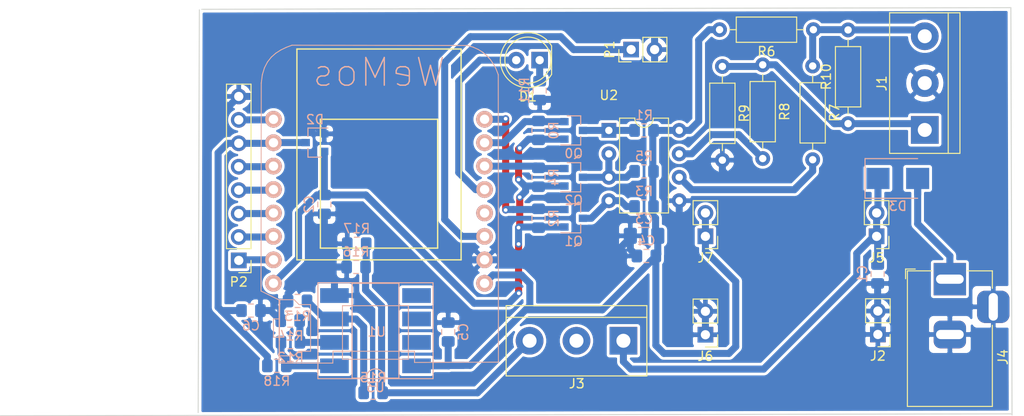
<source format=kicad_pcb>
(kicad_pcb (version 20171130) (host pcbnew "(5.0.2)-1")
  (layers (0 F.Cu signal) (31 B.Cu signal) (34 B.Paste user) (35 F.Paste user) (36 B.SilkS user) (37 F.SilkS user) (38 B.Mask user) (39 F.Mask user) (44 Edge.Cuts user))
  (net 0 "")
  (net 1 +3V3)
  (net 2 RX)
  (net 3 "Net-(Q0-Pad3)")
  (net 4 +5V)
  (net 5 TX)
  (net 6 "Net-(U1-Pad4)")
  (net 7 "Net-(Q1-Pad3)")
  (net 8 TXEN)
  (net 9 GND)
  (net 10 "Net-(Q2-Pad3)")
  (net 11 "Net-(J1-Pad1)")
  (net 12 "Net-(R7-Pad2)")
  (net 13 "Net-(J1-Pad3)")
  (net 14 "Net-(R8-Pad2)")
  (net 15 TX_DG)
  (net 16 ERR_LED)
  (net 17 "Net-(D1-Pad1)")
  (net 18 "Net-(P2-Pad1)")
  (net 19 "Net-(P2-Pad2)")
  (net 20 "Net-(P2-Pad3)")
  (net 21 "Net-(P2-Pad4)")
  (net 22 "Net-(P2-Pad5)")
  (net 23 "Net-(P2-Pad7)")
  (net 24 A0)
  (net 25 "Net-(U3-Pad5)")
  (net 26 "Net-(R12-Pad2)")
  (net 27 "Net-(U3-Pad6)")
  (net 28 "Net-(R13-Pad2)")
  (net 29 "Net-(U3-Pad7)")
  (net 30 "Net-(J3-Pad3)")
  (net 31 +9V)
  (net 32 "Net-(D3-Pad2)")
  (net 33 "Net-(J3-Pad2)")
  (net 34 "Net-(R12-Pad1)")
  (module wemos_d1_mini:D1_mini_board (layer B.Cu) (at 146.7104 102.9335 180)
    (fp_text reference U1 (at 0.254 -12.8905 180) (layer B.SilkS) (effects (justify mirror)))
    (fp_text value WeMos_mini)
    (fp_text user WeMos (at 0 15.24 180) (layer B.SilkS) (effects (font (size 3 3)) (justify mirror)))
    (pad 8 thru_hole circle (at -11.43 10.16 180) (size 1.8 1.8) (drill 1.016) (layers *.Cu *.Mask B.SilkS) (net 5 TX))
    (pad 7 thru_hole circle (at -11.43 7.62 180) (size 1.8 1.8) (drill 1.016) (layers *.Cu *.Mask B.SilkS) (net 2 RX))
    (pad 6 thru_hole circle (at -11.43 5.08 180) (size 1.8 1.8) (drill 1.016) (layers *.Cu *.Mask B.SilkS) (net 8 TXEN))
    (pad 5 thru_hole circle (at -11.43 2.54 180) (size 1.8 1.8) (drill 1.016) (layers *.Cu *.Mask B.SilkS) (net 16 ERR_LED))
    (pad 4 thru_hole circle (at -11.43 0 180) (size 1.8 1.8) (drill 1.016) (layers *.Cu *.Mask B.SilkS) (net 6 "Net-(U1-Pad4)"))
    (pad 3 thru_hole circle (at -11.43 -2.54 180) (size 1.8 1.8) (drill 1.016) (layers *.Cu *.Mask B.SilkS) (net 15 TX_DG))
    (pad 2 thru_hole circle (at -11.43 -5.08 180) (size 1.8 1.8) (drill 1.016) (layers *.Cu *.Mask B.SilkS) (net 9 GND))
    (pad 1 thru_hole circle (at -11.43 -7.62 180) (size 1.8 1.8) (drill 1.016) (layers *.Cu *.Mask B.SilkS) (net 4 +5V))
    (pad 16 thru_hole circle (at 11.43 -7.62 180) (size 1.8 1.8) (drill 1.016) (layers *.Cu *.Mask B.SilkS) (net 1 +3V3))
    (pad 15 thru_hole circle (at 11.43 -5.08 180) (size 1.8 1.8) (drill 1.016) (layers *.Cu *.Mask B.SilkS) (net 18 "Net-(P2-Pad1)"))
    (pad 14 thru_hole circle (at 11.43 -2.54 180) (size 1.8 1.8) (drill 1.016) (layers *.Cu *.Mask B.SilkS) (net 19 "Net-(P2-Pad2)"))
    (pad 13 thru_hole circle (at 11.43 0 180) (size 1.8 1.8) (drill 1.016) (layers *.Cu *.Mask B.SilkS) (net 20 "Net-(P2-Pad3)"))
    (pad 12 thru_hole circle (at 11.43 2.54 180) (size 1.8 1.8) (drill 1.016) (layers *.Cu *.Mask B.SilkS) (net 21 "Net-(P2-Pad4)"))
    (pad 11 thru_hole circle (at 11.43 5.08 180) (size 1.8 1.8) (drill 1.016) (layers *.Cu *.Mask B.SilkS) (net 22 "Net-(P2-Pad5)"))
    (pad 10 thru_hole circle (at 11.43 7.62 180) (size 1.8 1.8) (drill 1.016) (layers *.Cu *.Mask B.SilkS) (net 24 A0))
    (pad 9 thru_hole circle (at 11.43 10.16 180) (size 1.8 1.8) (drill 1.016) (layers *.Cu *.Mask B.SilkS) (net 23 "Net-(P2-Pad7)"))
  )
  (module Connector_BarrelJack:BarrelJack_Horizontal (layer F.Cu) (at 208.534 110.109 90)
    (fp_text reference J4 (at -8.45 5.75 90) (layer F.SilkS))
    (fp_text value Barrel_Jack_Switch)
    (pad 1 thru_hole rect (at 0 0 90) (size 3.5 3.5) (drill oval 1 3) (layers *.Cu *.Mask) (net 32 "Net-(D3-Pad2)"))
    (pad 2 thru_hole roundrect (at -6 0 90) (size 3 3.5) (drill oval 1 3) (layers *.Cu *.Mask) (net 9 GND))
    (pad 3 thru_hole roundrect (at -3 4.7 90) (size 3.5 3.5) (drill oval 3 1) (layers *.Cu *.Mask) (net 9 GND))
  )
  (module Package_TO_SOT_SMD:SOT-23 (layer B.Cu) (at 139.7762 95.3008 180)
    (fp_text reference D2 (at 0 2.5 180) (layer B.SilkS) (effects (justify mirror)))
    (fp_text value BAT54S)
    (pad 1 smd rect (at -1 0.95 180) (size 0.9 0.8) (layers B.Cu B.Paste B.Mask) (net 9 GND))
    (pad 2 smd rect (at -1 -0.95 180) (size 0.9 0.8) (layers B.Cu B.Paste B.Mask) (net 1 +3V3))
    (pad 3 smd rect (at 1 0 180) (size 0.9 0.8) (layers B.Cu B.Paste B.Mask) (net 24 A0))
  )
  (module Package_DIP:DIP-8_W8.89mm_SMDSocket_LongPads (layer B.Cu) (at 146.3294 115.697)
    (fp_text reference U3 (at 0 6.14) (layer B.SilkS) (effects (justify mirror)))
    (fp_text value LM358)
    (pad 1 smd rect (at -4.445 3.81) (size 3.1 1.6) (layers B.Cu B.Paste B.Mask) (net 34 "Net-(R12-Pad1)"))
    (pad 5 smd rect (at 4.445 -3.81) (size 3.1 1.6) (layers B.Cu B.Paste B.Mask) (net 25 "Net-(U3-Pad5)"))
    (pad 2 smd rect (at -4.445 1.27) (size 3.1 1.6) (layers B.Cu B.Paste B.Mask) (net 26 "Net-(R12-Pad2)"))
    (pad 6 smd rect (at 4.445 -1.27) (size 3.1 1.6) (layers B.Cu B.Paste B.Mask) (net 27 "Net-(U3-Pad6)"))
    (pad 3 smd rect (at -4.445 -1.27) (size 3.1 1.6) (layers B.Cu B.Paste B.Mask) (net 28 "Net-(R13-Pad2)"))
    (pad 7 smd rect (at 4.445 1.27) (size 3.1 1.6) (layers B.Cu B.Paste B.Mask) (net 29 "Net-(U3-Pad7)"))
    (pad 4 smd rect (at -4.445 -3.81) (size 3.1 1.6) (layers B.Cu B.Paste B.Mask) (net 9 GND))
    (pad 8 smd rect (at 4.445 3.81) (size 3.1 1.6) (layers B.Cu B.Paste B.Mask) (net 4 +5V))
  )
  (module Capacitor_SMD:C_0805_2012Metric_Pad1.15x1.40mm_HandSolder (layer B.Cu) (at 154.2034 115.8404 90)
    (fp_text reference C5 (at 0 1.65 90) (layer B.SilkS) (effects (justify mirror)))
    (fp_text value 100n)
    (pad 1 smd roundrect (at -1.025 0 90) (size 1.15 1.4) (layers B.Cu B.Paste B.Mask) (roundrect_rratio 0.217391) (net 4 +5V))
    (pad 2 smd roundrect (at 1.025 0 90) (size 1.15 1.4) (layers B.Cu B.Paste B.Mask) (roundrect_rratio 0.217391) (net 9 GND))
  )
  (module Resistor_SMD:R_0805_2012Metric_Pad1.15x1.40mm_HandSolder (layer B.Cu) (at 137.1182 116.9416)
    (fp_text reference R12 (at 0 1.65) (layer B.SilkS) (effects (justify mirror)))
    (fp_text value 10k)
    (pad 1 smd roundrect (at -1.025 0) (size 1.15 1.4) (layers B.Cu B.Paste B.Mask) (roundrect_rratio 0.217391) (net 34 "Net-(R12-Pad1)"))
    (pad 2 smd roundrect (at 1.025 0) (size 1.15 1.4) (layers B.Cu B.Paste B.Mask) (roundrect_rratio 0.217391) (net 26 "Net-(R12-Pad2)"))
  )
  (module Resistor_SMD:R_0805_2012Metric_Pad1.15x1.40mm_HandSolder (layer B.Cu) (at 137.8876 112.4712)
    (fp_text reference R13 (at 0 1.65) (layer B.SilkS) (effects (justify mirror)))
    (fp_text value 10k)
    (pad 1 smd roundrect (at -1.025 0) (size 1.15 1.4) (layers B.Cu B.Paste B.Mask) (roundrect_rratio 0.217391) (net 9 GND))
    (pad 2 smd roundrect (at 1.025 0) (size 1.15 1.4) (layers B.Cu B.Paste B.Mask) (roundrect_rratio 0.217391) (net 28 "Net-(R13-Pad2)"))
  )
  (module Resistor_SMD:R_0805_2012Metric_Pad1.15x1.40mm_HandSolder (layer B.Cu) (at 137.0928 114.6048)
    (fp_text reference R14 (at 0 1.65) (layer B.SilkS) (effects (justify mirror)))
    (fp_text value 20k)
    (pad 1 smd roundrect (at -1.025 0) (size 1.15 1.4) (layers B.Cu B.Paste B.Mask) (roundrect_rratio 0.217391) (net 9 GND))
    (pad 2 smd roundrect (at 1.025 0) (size 1.15 1.4) (layers B.Cu B.Paste B.Mask) (roundrect_rratio 0.217391) (net 26 "Net-(R12-Pad2)"))
  )
  (module Resistor_SMD:R_0805_2012Metric_Pad1.15x1.40mm_HandSolder (layer B.Cu) (at 146.0754 122.428 180)
    (fp_text reference R15 (at 0 1.65 180) (layer B.SilkS) (effects (justify mirror)))
    (fp_text value 20k)
    (pad 1 smd roundrect (at -1.025 0 180) (size 1.15 1.4) (layers B.Cu B.Paste B.Mask) (roundrect_rratio 0.217391) (net 30 "Net-(J3-Pad3)"))
    (pad 2 smd roundrect (at 1.025 0 180) (size 1.15 1.4) (layers B.Cu B.Paste B.Mask) (roundrect_rratio 0.217391) (net 28 "Net-(R13-Pad2)"))
  )
  (module Resistor_SMD:R_0805_2012Metric_Pad1.15x1.40mm_HandSolder (layer B.Cu) (at 144.2302 108.7882 180)
    (fp_text reference R16 (at 0 1.65 180) (layer B.SilkS) (effects (justify mirror)))
    (fp_text value 680)
    (pad 1 smd roundrect (at -1.025 0 180) (size 1.15 1.4) (layers B.Cu B.Paste B.Mask) (roundrect_rratio 0.217391) (net 30 "Net-(J3-Pad3)"))
    (pad 2 smd roundrect (at 1.025 0 180) (size 1.15 1.4) (layers B.Cu B.Paste B.Mask) (roundrect_rratio 0.217391) (net 9 GND))
  )
  (module Resistor_SMD:R_0805_2012Metric_Pad1.15x1.40mm_HandSolder (layer B.Cu) (at 144.2974 106.2736 180)
    (fp_text reference R17 (at 0 1.65 180) (layer B.SilkS) (effects (justify mirror)))
    (fp_text value 680)
    (pad 2 smd roundrect (at 1.025 0 180) (size 1.15 1.4) (layers B.Cu B.Paste B.Mask) (roundrect_rratio 0.217391) (net 9 GND))
    (pad 1 smd roundrect (at -1.025 0 180) (size 1.15 1.4) (layers B.Cu B.Paste B.Mask) (roundrect_rratio 0.217391) (net 30 "Net-(J3-Pad3)"))
  )
  (module Capacitor_SMD:C_0805_2012Metric_Pad1.15x1.40mm_HandSolder (layer B.Cu) (at 200.7108 109.5502 270)
    (fp_text reference C1 (at 0 1.65 270) (layer B.SilkS) (effects (justify mirror)))
    (fp_text value 2.2u)
    (pad 1 smd roundrect (at -1.025 0 270) (size 1.15 1.4) (layers B.Cu B.Paste B.Mask) (roundrect_rratio 0.217391) (net 31 +9V))
    (pad 2 smd roundrect (at 1.025 0 270) (size 1.15 1.4) (layers B.Cu B.Paste B.Mask) (roundrect_rratio 0.217391) (net 9 GND))
  )
  (module Capacitor_SMD:C_0805_2012Metric_Pad1.15x1.40mm_HandSolder (layer B.Cu) (at 140.7922 102.0064 270)
    (fp_text reference C2 (at 0 1.65 270) (layer B.SilkS) (effects (justify mirror)))
    (fp_text value 100n)
    (pad 2 smd roundrect (at 1.025 0 270) (size 1.15 1.4) (layers B.Cu B.Paste B.Mask) (roundrect_rratio 0.217391) (net 9 GND))
    (pad 1 smd roundrect (at -1.025 0 270) (size 1.15 1.4) (layers B.Cu B.Paste B.Mask) (roundrect_rratio 0.217391) (net 1 +3V3))
  )
  (module Capacitor_SMD:C_1206_3216Metric_Pad1.42x1.75mm_HandSolder (layer B.Cu) (at 175.4124 105.41 180)
    (fp_text reference C3 (at 0 1.82 180) (layer B.SilkS) (effects (justify mirror)))
    (fp_text value 100n)
    (pad 1 smd roundrect (at -1.4875 0 180) (size 1.425 1.75) (layers B.Cu B.Paste B.Mask) (roundrect_rratio 0.175439) (net 4 +5V))
    (pad 2 smd roundrect (at 1.4875 0 180) (size 1.425 1.75) (layers B.Cu B.Paste B.Mask) (roundrect_rratio 0.175439) (net 9 GND))
  )
  (module Capacitor_SMD:C_0805_2012Metric_Pad1.15x1.40mm_HandSolder (layer B.Cu) (at 175.6664 107.5944 180)
    (fp_text reference C4 (at 0 1.65 180) (layer B.SilkS) (effects (justify mirror)))
    (fp_text value 100n)
    (pad 1 smd roundrect (at -1.025 0 180) (size 1.15 1.4) (layers B.Cu B.Paste B.Mask) (roundrect_rratio 0.217391) (net 4 +5V))
    (pad 2 smd roundrect (at 1.025 0 180) (size 1.15 1.4) (layers B.Cu B.Paste B.Mask) (roundrect_rratio 0.217391) (net 9 GND))
  )
  (module LED_THT:LED_D5.0mm (layer F.Cu) (at 164.1094 86.36 180)
    (fp_text reference D1 (at 1.27 -3.96 180) (layer F.SilkS))
    (fp_text value LED)
    (pad 1 thru_hole rect (at 0 0 180) (size 1.8 1.8) (drill 0.9) (layers *.Cu *.Mask) (net 17 "Net-(D1-Pad1)"))
    (pad 2 thru_hole circle (at 2.54 0 180) (size 1.8 1.8) (drill 0.9) (layers *.Cu *.Mask) (net 16 ERR_LED))
  )
  (module Package_TO_SOT_SMD:SOT-23 (layer B.Cu) (at 167.7924 93.98)
    (fp_text reference Q0 (at 0 2.5) (layer B.SilkS) (effects (justify mirror)))
    (fp_text value 2n7002)
    (pad 1 smd rect (at -1 0.95) (size 0.9 0.8) (layers B.Cu B.Paste B.Mask) (net 1 +3V3))
    (pad 2 smd rect (at -1 -0.95) (size 0.9 0.8) (layers B.Cu B.Paste B.Mask) (net 2 RX))
    (pad 3 smd rect (at 1 0) (size 0.9 0.8) (layers B.Cu B.Paste B.Mask) (net 3 "Net-(Q0-Pad3)"))
  )
  (module Package_TO_SOT_SMD:SOT-23 (layer B.Cu) (at 167.7924 103.505)
    (fp_text reference Q1 (at 0 2.5) (layer B.SilkS) (effects (justify mirror)))
    (fp_text value 2n7002)
    (pad 3 smd rect (at 1 0) (size 0.9 0.8) (layers B.Cu B.Paste B.Mask) (net 7 "Net-(Q1-Pad3)"))
    (pad 2 smd rect (at -1 -0.95) (size 0.9 0.8) (layers B.Cu B.Paste B.Mask) (net 5 TX))
    (pad 1 smd rect (at -1 0.95) (size 0.9 0.8) (layers B.Cu B.Paste B.Mask) (net 1 +3V3))
  )
  (module Package_TO_SOT_SMD:SOT-23 (layer B.Cu) (at 167.7924 99.06)
    (fp_text reference Q2 (at 0 2.5) (layer B.SilkS) (effects (justify mirror)))
    (fp_text value 2n7002)
    (pad 1 smd rect (at -1 0.95) (size 0.9 0.8) (layers B.Cu B.Paste B.Mask) (net 1 +3V3))
    (pad 2 smd rect (at -1 -0.95) (size 0.9 0.8) (layers B.Cu B.Paste B.Mask) (net 8 TXEN))
    (pad 3 smd rect (at 1 0) (size 0.9 0.8) (layers B.Cu B.Paste B.Mask) (net 10 "Net-(Q2-Pad3)"))
  )
  (module Resistor_SMD:R_0805_2012Metric_Pad1.15x1.40mm_HandSolder (layer B.Cu) (at 163.9824 93.98 90)
    (fp_text reference R0 (at 0 1.65 90) (layer B.SilkS) (effects (justify mirror)))
    (fp_text value 2k2)
    (pad 1 smd roundrect (at -1.025 0 90) (size 1.15 1.4) (layers B.Cu B.Paste B.Mask) (roundrect_rratio 0.217391) (net 1 +3V3))
    (pad 2 smd roundrect (at 1.025 0 90) (size 1.15 1.4) (layers B.Cu B.Paste B.Mask) (roundrect_rratio 0.217391) (net 2 RX))
  )
  (module Resistor_SMD:R_0805_2012Metric_Pad1.15x1.40mm_HandSolder (layer B.Cu) (at 175.4124 93.98 180)
    (fp_text reference R1 (at 0 1.65 180) (layer B.SilkS) (effects (justify mirror)))
    (fp_text value 2k2)
    (pad 2 smd roundrect (at 1.025 0 180) (size 1.15 1.4) (layers B.Cu B.Paste B.Mask) (roundrect_rratio 0.217391) (net 3 "Net-(Q0-Pad3)"))
    (pad 1 smd roundrect (at -1.025 0 180) (size 1.15 1.4) (layers B.Cu B.Paste B.Mask) (roundrect_rratio 0.217391) (net 4 +5V))
  )
  (module Resistor_SMD:R_0805_2012Metric_Pad1.15x1.40mm_HandSolder (layer B.Cu) (at 163.9824 103.505 90)
    (fp_text reference R2 (at 0 1.65 90) (layer B.SilkS) (effects (justify mirror)))
    (fp_text value 2k2)
    (pad 2 smd roundrect (at 1.025 0 90) (size 1.15 1.4) (layers B.Cu B.Paste B.Mask) (roundrect_rratio 0.217391) (net 5 TX))
    (pad 1 smd roundrect (at -1.025 0 90) (size 1.15 1.4) (layers B.Cu B.Paste B.Mask) (roundrect_rratio 0.217391) (net 1 +3V3))
  )
  (module Resistor_SMD:R_0805_2012Metric_Pad1.15x1.40mm_HandSolder (layer B.Cu) (at 175.4124 102.235 180)
    (fp_text reference R3 (at 0 1.65 180) (layer B.SilkS) (effects (justify mirror)))
    (fp_text value 2k2)
    (pad 1 smd roundrect (at -1.025 0 180) (size 1.15 1.4) (layers B.Cu B.Paste B.Mask) (roundrect_rratio 0.217391) (net 4 +5V))
    (pad 2 smd roundrect (at 1.025 0 180) (size 1.15 1.4) (layers B.Cu B.Paste B.Mask) (roundrect_rratio 0.217391) (net 7 "Net-(Q1-Pad3)"))
  )
  (module Resistor_SMD:R_0805_2012Metric_Pad1.15x1.40mm_HandSolder (layer B.Cu) (at 163.9824 99.06 90)
    (fp_text reference R4 (at 0 1.65 90) (layer B.SilkS) (effects (justify mirror)))
    (fp_text value 2k2)
    (pad 1 smd roundrect (at -1.025 0 90) (size 1.15 1.4) (layers B.Cu B.Paste B.Mask) (roundrect_rratio 0.217391) (net 1 +3V3))
    (pad 2 smd roundrect (at 1.025 0 90) (size 1.15 1.4) (layers B.Cu B.Paste B.Mask) (roundrect_rratio 0.217391) (net 8 TXEN))
  )
  (module Resistor_SMD:R_0805_2012Metric_Pad1.15x1.40mm_HandSolder (layer B.Cu) (at 175.4124 98.425 180)
    (fp_text reference R5 (at 0 1.65 180) (layer B.SilkS) (effects (justify mirror)))
    (fp_text value 2k2)
    (pad 2 smd roundrect (at 1.025 0 180) (size 1.15 1.4) (layers B.Cu B.Paste B.Mask) (roundrect_rratio 0.217391) (net 10 "Net-(Q2-Pad3)"))
    (pad 1 smd roundrect (at -1.025 0 180) (size 1.15 1.4) (layers B.Cu B.Paste B.Mask) (roundrect_rratio 0.217391) (net 4 +5V))
  )
  (module Resistor_SMD:R_0805_2012Metric_Pad1.15x1.40mm_HandSolder (layer B.Cu) (at 164.1094 89.662 270)
    (fp_text reference R11 (at 0 1.65 270) (layer B.SilkS) (effects (justify mirror)))
    (fp_text value 2k2)
    (pad 1 smd roundrect (at -1.025 0 270) (size 1.15 1.4) (layers B.Cu B.Paste B.Mask) (roundrect_rratio 0.217391) (net 17 "Net-(D1-Pad1)"))
    (pad 2 smd roundrect (at 1.025 0 270) (size 1.15 1.4) (layers B.Cu B.Paste B.Mask) (roundrect_rratio 0.217391) (net 9 GND))
  )
  (module Connector_PinHeader_2.54mm:PinHeader_1x02_P2.54mm_Vertical (layer F.Cu) (at 200.7362 116.1034 180)
    (fp_text reference J2 (at 0 -2.33 180) (layer F.SilkS))
    (fp_text value Screw_Terminal_01x02)
    (pad 1 thru_hole rect (at 0 0 180) (size 1.7 1.7) (drill 1) (layers *.Cu *.Mask) (net 9 GND))
    (pad 2 thru_hole oval (at 0 2.54 180) (size 1.7 1.7) (drill 1) (layers *.Cu *.Mask) (net 9 GND))
  )
  (module Connector_PinHeader_2.54mm:PinHeader_1x02_P2.54mm_Vertical (layer F.Cu) (at 200.601026 105.466789 180)
    (fp_text reference J5 (at 0 -2.33 180) (layer F.SilkS))
    (fp_text value Screw_Terminal_01x02)
    (pad 2 thru_hole oval (at 0 2.54 180) (size 1.7 1.7) (drill 1) (layers *.Cu *.Mask) (net 31 +9V))
    (pad 1 thru_hole rect (at 0 0 180) (size 1.7 1.7) (drill 1) (layers *.Cu *.Mask) (net 31 +9V))
  )
  (module Connector_PinHeader_2.54mm:PinHeader_1x02_P2.54mm_Vertical (layer F.Cu) (at 182.059026 116.134789 180)
    (fp_text reference J6 (at 0 -2.33 180) (layer F.SilkS))
    (fp_text value Screw_Terminal_01x02)
    (pad 1 thru_hole rect (at 0 0 180) (size 1.7 1.7) (drill 1) (layers *.Cu *.Mask) (net 9 GND))
    (pad 2 thru_hole oval (at 0 2.54 180) (size 1.7 1.7) (drill 1) (layers *.Cu *.Mask) (net 9 GND))
  )
  (module Connector_PinHeader_2.54mm:PinHeader_1x02_P2.54mm_Vertical (layer F.Cu) (at 182.059026 105.466789 180)
    (fp_text reference J7 (at 0 -2.33 180) (layer F.SilkS))
    (fp_text value Screw_Terminal_01x02)
    (pad 2 thru_hole oval (at 0 2.54 180) (size 1.7 1.7) (drill 1) (layers *.Cu *.Mask) (net 4 +5V))
    (pad 1 thru_hole rect (at 0 0 180) (size 1.7 1.7) (drill 1) (layers *.Cu *.Mask) (net 4 +5V))
  )
  (module Diode_SMD:D_SMB (layer B.Cu) (at 202.8952 99.187)
    (fp_text reference D3 (at 0 3) (layer B.SilkS) (effects (justify mirror)))
    (fp_text value DIODE)
    (pad 1 smd rect (at -2.15 0) (size 2.5 2.3) (layers B.Cu B.Paste B.Mask) (net 31 +9V))
    (pad 2 smd rect (at 2.15 0) (size 2.5 2.3) (layers B.Cu B.Paste B.Mask) (net 32 "Net-(D3-Pad2)"))
  )
  (module TerminalBlock:TerminalBlock_bornier-3_P5.08mm (layer F.Cu) (at 173.1772 116.7892 180)
    (fp_text reference J3 (at 5.05 -4.65 180) (layer F.SilkS))
    (fp_text value Screw_Terminal_1x03)
    (pad 3 thru_hole circle (at 10.16 0 180) (size 3 3) (drill 1.52) (layers *.Cu *.Mask) (net 30 "Net-(J3-Pad3)"))
    (pad 2 thru_hole circle (at 5.08 0 180) (size 3 3) (drill 1.52) (layers *.Cu *.Mask) (net 33 "Net-(J3-Pad2)"))
    (pad 1 thru_hole rect (at 0 0 180) (size 3 3) (drill 1.52) (layers *.Cu *.Mask) (net 31 +9V))
  )
  (module TerminalBlock:TerminalBlock_bornier-3_P5.08mm (layer F.Cu) (at 205.8162 93.9292 90)
    (fp_text reference J1 (at 5.05 -4.65 90) (layer F.SilkS))
    (fp_text value Screw_Terminal_1x03)
    (pad 1 thru_hole rect (at 0 0 90) (size 3 3) (drill 1.52) (layers *.Cu *.Mask) (net 11 "Net-(J1-Pad1)"))
    (pad 2 thru_hole circle (at 5.08 0 90) (size 3 3) (drill 1.52) (layers *.Cu *.Mask) (net 9 GND))
    (pad 3 thru_hole circle (at 10.16 0 90) (size 3 3) (drill 1.52) (layers *.Cu *.Mask) (net 13 "Net-(J1-Pad3)"))
  )
  (module Connector_PinHeader_2.54mm:PinHeader_1x02_P2.54mm_Vertical (layer F.Cu) (at 174.0154 85.217 90)
    (fp_text reference P1 (at 0 -2.33 90) (layer F.SilkS))
    (fp_text value CONN_01X02)
    (pad 1 thru_hole rect (at 0 0 90) (size 1.7 1.7) (drill 1) (layers *.Cu *.Mask) (net 15 TX_DG))
    (pad 2 thru_hole oval (at 0 2.54 90) (size 1.7 1.7) (drill 1) (layers *.Cu *.Mask) (net 9 GND))
  )
  (module Connector_PinHeader_2.54mm:PinHeader_1x08_P2.54mm_Vertical (layer F.Cu) (at 131.5212 108.077 180)
    (fp_text reference P2 (at 0 -2.33 180) (layer F.SilkS))
    (fp_text value CONN_01X08)
    (pad 1 thru_hole rect (at 0 0 180) (size 1.7 1.7) (drill 1) (layers *.Cu *.Mask) (net 18 "Net-(P2-Pad1)"))
    (pad 2 thru_hole oval (at 0 2.54 180) (size 1.7 1.7) (drill 1) (layers *.Cu *.Mask) (net 19 "Net-(P2-Pad2)"))
    (pad 3 thru_hole oval (at 0 5.08 180) (size 1.7 1.7) (drill 1) (layers *.Cu *.Mask) (net 20 "Net-(P2-Pad3)"))
    (pad 4 thru_hole oval (at 0 7.62 180) (size 1.7 1.7) (drill 1) (layers *.Cu *.Mask) (net 21 "Net-(P2-Pad4)"))
    (pad 5 thru_hole oval (at 0 10.16 180) (size 1.7 1.7) (drill 1) (layers *.Cu *.Mask) (net 22 "Net-(P2-Pad5)"))
    (pad 6 thru_hole oval (at 0 12.7 180) (size 1.7 1.7) (drill 1) (layers *.Cu *.Mask) (net 24 A0))
    (pad 7 thru_hole oval (at 0 15.24 180) (size 1.7 1.7) (drill 1) (layers *.Cu *.Mask) (net 23 "Net-(P2-Pad7)"))
    (pad 8 thru_hole oval (at 0 17.78 180) (size 1.7 1.7) (drill 1) (layers *.Cu *.Mask) (net 9 GND))
  )
  (module Resistor_THT:R_Axial_DIN0207_L6.3mm_D2.5mm_P10.16mm_Horizontal (layer F.Cu) (at 193.7512 83.058 180)
    (fp_text reference R6 (at 5.08 -2.37 180) (layer F.SilkS))
    (fp_text value 150R)
    (pad 1 thru_hole circle (at 0 0 180) (size 1.6 1.6) (drill 0.8) (layers *.Cu *.Mask) (net 13 "Net-(J1-Pad3)"))
    (pad 2 thru_hole oval (at 10.16 0 180) (size 1.6 1.6) (drill 0.8) (layers *.Cu *.Mask) (net 4 +5V))
  )
  (module Resistor_THT:R_Axial_DIN0207_L6.3mm_D2.5mm_P10.16mm_Horizontal (layer F.Cu) (at 193.675 86.995 270)
    (fp_text reference R7 (at 5.08 -2.37 270) (layer F.SilkS))
    (fp_text value 10R)
    (pad 2 thru_hole oval (at 10.16 0 270) (size 1.6 1.6) (drill 0.8) (layers *.Cu *.Mask) (net 12 "Net-(R7-Pad2)"))
    (pad 1 thru_hole circle (at 0 0 270) (size 1.6 1.6) (drill 0.8) (layers *.Cu *.Mask) (net 13 "Net-(J1-Pad3)"))
  )
  (module Resistor_THT:R_Axial_DIN0207_L6.3mm_D2.5mm_P10.16mm_Horizontal (layer F.Cu) (at 188.2648 86.868 270)
    (fp_text reference R8 (at 5.08 -2.37 270) (layer F.SilkS))
    (fp_text value 10R)
    (pad 1 thru_hole circle (at 0 0 270) (size 1.6 1.6) (drill 0.8) (layers *.Cu *.Mask) (net 11 "Net-(J1-Pad1)"))
    (pad 2 thru_hole oval (at 10.16 0 270) (size 1.6 1.6) (drill 0.8) (layers *.Cu *.Mask) (net 14 "Net-(R8-Pad2)"))
  )
  (module Resistor_THT:R_Axial_DIN0207_L6.3mm_D2.5mm_P10.16mm_Horizontal (layer F.Cu) (at 183.896 87.0458 270)
    (fp_text reference R9 (at 5.08 -2.37 270) (layer F.SilkS))
    (fp_text value 150R)
    (pad 1 thru_hole circle (at 0 0 270) (size 1.6 1.6) (drill 0.8) (layers *.Cu *.Mask) (net 11 "Net-(J1-Pad1)"))
    (pad 2 thru_hole oval (at 10.16 0 270) (size 1.6 1.6) (drill 0.8) (layers *.Cu *.Mask) (net 9 GND))
  )
  (module Resistor_THT:R_Axial_DIN0207_L6.3mm_D2.5mm_P10.16mm_Horizontal (layer F.Cu) (at 197.5104 93.2434 90)
    (fp_text reference R10 (at 5.08 -2.37 90) (layer F.SilkS))
    (fp_text value 120R)
    (pad 2 thru_hole oval (at 10.16 0 90) (size 1.6 1.6) (drill 0.8) (layers *.Cu *.Mask) (net 13 "Net-(J1-Pad3)"))
    (pad 1 thru_hole circle (at 0 0 90) (size 1.6 1.6) (drill 0.8) (layers *.Cu *.Mask) (net 11 "Net-(J1-Pad1)"))
  )
  (module Package_DIP:DIP-8_W7.62mm (layer F.Cu) (at 171.6024 93.98)
    (fp_text reference U2 (at 0 -3.81) (layer F.SilkS))
    (fp_text value 75LBC176)
    (pad 1 thru_hole rect (at 0 0) (size 1.6 1.6) (drill 0.8) (layers *.Cu *.Mask) (net 3 "Net-(Q0-Pad3)"))
    (pad 5 thru_hole oval (at 7.62 7.62) (size 1.6 1.6) (drill 0.8) (layers *.Cu *.Mask) (net 9 GND))
    (pad 2 thru_hole oval (at 0 2.54) (size 1.6 1.6) (drill 0.8) (layers *.Cu *.Mask) (net 10 "Net-(Q2-Pad3)"))
    (pad 6 thru_hole oval (at 7.62 5.08) (size 1.6 1.6) (drill 0.8) (layers *.Cu *.Mask) (net 12 "Net-(R7-Pad2)"))
    (pad 3 thru_hole oval (at 0 5.08) (size 1.6 1.6) (drill 0.8) (layers *.Cu *.Mask) (net 10 "Net-(Q2-Pad3)"))
    (pad 7 thru_hole oval (at 7.62 2.54) (size 1.6 1.6) (drill 0.8) (layers *.Cu *.Mask) (net 14 "Net-(R8-Pad2)"))
    (pad 4 thru_hole oval (at 0 7.62) (size 1.6 1.6) (drill 0.8) (layers *.Cu *.Mask) (net 7 "Net-(Q1-Pad3)"))
    (pad 8 thru_hole oval (at 7.62 0) (size 1.6 1.6) (drill 0.8) (layers *.Cu *.Mask) (net 4 +5V))
  )
  (module Capacitor_SMD:C_0805_2012Metric_Pad1.15x1.40mm_HandSolder (layer B.Cu) (at 132.842 113.5126)
    (fp_text reference C6 (at 0 1.65) (layer B.SilkS) (effects (justify mirror)))
    (fp_text value 100n)
    (pad 1 smd roundrect (at -1.025 0) (size 1.15 1.4) (layers B.Cu B.Paste B.Mask) (roundrect_rratio 0.217391) (net 24 A0))
    (pad 2 smd roundrect (at 1.025 0) (size 1.15 1.4) (layers B.Cu B.Paste B.Mask) (roundrect_rratio 0.217391) (net 9 GND))
  )
  (module Resistor_SMD:R_0805_2012Metric_Pad1.15x1.40mm_HandSolder (layer B.Cu) (at 135.645 119.507)
    (fp_text reference R18 (at 0 1.65) (layer B.SilkS) (effects (justify mirror)))
    (fp_text value 10k)
    (pad 1 smd roundrect (at -1.025 0) (size 1.15 1.4) (layers B.Cu B.Paste B.Mask) (roundrect_rratio 0.217391) (net 24 A0))
    (pad 2 smd roundrect (at 1.025 0) (size 1.15 1.4) (layers B.Cu B.Paste B.Mask) (roundrect_rratio 0.217391) (net 34 "Net-(R12-Pad1)"))
  )
  (gr_line (start 215.265 124.714) (end 105.7148 124.9172) (layer Edge.Cuts) (width 0.1))
  (gr_line (start 127.254 80.899) (end 127.127 124.587) (layer Edge.Cuts) (width 0.1))
  (gr_line (start 215.138 80.6704) (end 127.508 80.8482) (layer Edge.Cuts) (width 0.1))
  (gr_line (start 215.265 124.841) (end 215.138 80.6704) (layer Edge.Cuts) (width 0.1))
  (via (at 161.9504 101.219) (size 0.6) (drill 0.4) (layers F.Cu B.Cu) (net 1))
  (segment (start 161.9504 104.394) (end 161.9504 101.219) (width 0.762) (layer F.Cu) (net 1))
  (via (at 161.8234 99.314) (size 0.6) (drill 0.4) (layers F.Cu B.Cu) (net 1))
  (segment (start 162.5194 100.01) (end 162.5854 100.01) (width 0.762) (layer B.Cu) (net 1))
  (segment (start 161.8234 99.314) (end 162.5194 100.01) (width 0.762) (layer B.Cu) (net 1))
  (segment (start 161.8234 96.012) (end 161.8234 99.314) (width 0.762) (layer F.Cu) (net 1))
  (segment (start 162.5854 100.584) (end 162.5854 100.01) (width 0.762) (layer B.Cu) (net 1))
  (segment (start 162.5854 100.01) (end 163.9824 100.01) (width 0.762) (layer B.Cu) (net 1))
  (segment (start 161.9504 101.219) (end 162.5854 100.584) (width 0.762) (layer B.Cu) (net 1))
  (segment (start 161.9504 95.885) (end 161.8234 96.012) (width 0.762) (layer F.Cu) (net 1))
  (via (at 161.9504 95.885) (size 0.6) (drill 0.4) (layers F.Cu B.Cu) (net 1))
  (segment (start 163.9824 94.93) (end 162.9054 94.93) (width 0.762) (layer B.Cu) (net 1))
  (segment (start 162.9054 94.93) (end 161.9504 95.885) (width 0.762) (layer B.Cu) (net 1))
  (segment (start 163.9824 94.93) (end 166.7924 94.93) (width 0.762) (layer B.Cu) (net 1))
  (segment (start 163.9824 104.455) (end 161.8894 104.455) (width 0.762) (layer B.Cu) (net 1))
  (segment (start 161.8234 104.521) (end 161.9504 104.394) (width 0.762) (layer F.Cu) (net 1))
  (via (at 161.8234 104.521) (size 0.6) (drill 0.4) (layers F.Cu B.Cu) (net 1))
  (segment (start 161.8894 104.455) (end 161.8234 104.521) (width 0.762) (layer B.Cu) (net 1))
  (segment (start 163.7944 104.455) (end 163.9824 104.455) (width 0.762) (layer B.Cu) (net 1))
  (segment (start 163.9824 104.455) (end 166.7924 104.455) (width 0.762) (layer B.Cu) (net 1))
  (segment (start 163.9824 100.01) (end 166.7924 100.01) (width 0.762) (layer B.Cu) (net 1))
  (segment (start 161.8234 104.521) (end 161.8234 106.299) (width 0.762) (layer B.Cu) (net 1))
  (via (at 161.8234 106.299) (size 0.6) (drill 0.4) (layers F.Cu B.Cu) (net 1))
  (via (at 161.8488 111.633) (size 0.6) (drill 0.4) (layers F.Cu B.Cu) (net 1))
  (segment (start 135.2804 110.5535) (end 137.9982 107.8357) (width 0.762) (layer B.Cu) (net 1))
  (segment (start 139.9922 100.9814) (end 140.7922 100.9814) (width 0.762) (layer B.Cu) (net 1))
  (segment (start 137.9982 102.9754) (end 139.9922 100.9814) (width 0.762) (layer B.Cu) (net 1))
  (segment (start 137.9982 107.8357) (end 137.9982 102.9754) (width 0.762) (layer B.Cu) (net 1))
  (segment (start 161.8234 111.6076) (end 161.8488 111.633) (width 0.762) (layer F.Cu) (net 1))
  (segment (start 161.8234 106.299) (end 161.8234 111.6076) (width 0.762) (layer F.Cu) (net 1))
  (segment (start 140.7922 96.2856) (end 140.8016 96.2762) (width 0.762) (layer B.Cu) (net 1))
  (segment (start 140.7922 100.9814) (end 140.7922 96.2856) (width 0.762) (layer B.Cu) (net 1))
  (segment (start 160.7566 112.7252) (end 161.8488 111.633) (width 0.762) (layer B.Cu) (net 1))
  (segment (start 157.0228 112.7252) (end 160.7566 112.7252) (width 0.762) (layer B.Cu) (net 1))
  (segment (start 140.7922 100.9814) (end 145.279 100.9814) (width 0.762) (layer B.Cu) (net 1))
  (segment (start 145.279 100.9814) (end 157.0228 112.7252) (width 0.762) (layer B.Cu) (net 1))
  (segment (start 158.1404 95.3135) (end 160.2359 95.3135) (width 0.762) (layer B.Cu) (net 2))
  (segment (start 162.5194 93.03) (end 163.9824 93.03) (width 0.762) (layer B.Cu) (net 2))
  (segment (start 160.2359 95.3135) (end 162.5194 93.03) (width 0.762) (layer B.Cu) (net 2))
  (segment (start 166.7924 93.03) (end 163.9824 93.03) (width 0.762) (layer B.Cu) (net 2))
  (segment (start 168.7924 93.98) (end 171.6024 93.98) (width 0.762) (layer B.Cu) (net 3))
  (segment (start 174.4624 93.98) (end 171.6024 93.98) (width 0.762) (layer B.Cu) (net 3))
  (segment (start 176.3624 102.235) (end 176.3624 103.185) (width 0.762) (layer B.Cu) (net 4))
  (segment (start 176.6624 103.485) (end 176.6624 105.41) (width 0.762) (layer B.Cu) (net 4))
  (segment (start 176.3624 103.185) (end 176.6624 103.485) (width 0.762) (layer B.Cu) (net 4))
  (segment (start 176.3624 102.235) (end 176.3624 98.425) (width 0.762) (layer B.Cu) (net 4))
  (segment (start 179.2224 93.98) (end 176.3624 93.98) (width 0.762) (layer B.Cu) (net 4))
  (segment (start 176.3624 93.98) (end 176.3624 98.425) (width 0.762) (layer B.Cu) (net 4))
  (segment (start 179.2224 93.98) (end 179.30114 93.98) (width 0.762) (layer B.Cu) (net 4))
  (segment (start 154.2542 119.507) (end 150.7744 119.507) (width 0.762) (layer B.Cu) (net 4))
  (segment (start 176.8999 107.3859) (end 176.6914 107.5944) (width 0.762) (layer B.Cu) (net 4))
  (segment (start 176.8999 105.41) (end 176.8999 107.3859) (width 0.762) (layer B.Cu) (net 4))
  (segment (start 176.068028 108.26621) (end 170.897838 113.4364) (width 0.762) (layer B.Cu) (net 4))
  (segment (start 176.068028 108.217772) (end 176.068028 108.26621) (width 0.762) (layer B.Cu) (net 4))
  (segment (start 176.6914 107.5944) (end 176.068028 108.217772) (width 0.762) (layer B.Cu) (net 4))
  (segment (start 182.059026 102.926789) (end 182.059026 105.466789) (width 0.762) (layer B.Cu) (net 4))
  (segment (start 182.059026 107.078789) (end 182.059026 105.466789) (width 0.762) (layer B.Cu) (net 4))
  (segment (start 176.6914 117.2808) (end 177.5714 118.1608) (width 0.762) (layer B.Cu) (net 4))
  (segment (start 176.6914 107.5944) (end 176.6914 117.2808) (width 0.762) (layer B.Cu) (net 4))
  (segment (start 177.5714 118.1608) (end 184.6072 118.1608) (width 0.762) (layer B.Cu) (net 4))
  (segment (start 184.6072 118.1608) (end 185.3438 117.4242) (width 0.762) (layer B.Cu) (net 4))
  (segment (start 185.3438 117.4242) (end 185.3438 110.363563) (width 0.762) (layer B.Cu) (net 4))
  (segment (start 185.3438 110.363563) (end 182.059026 107.078789) (width 0.762) (layer B.Cu) (net 4))
  (segment (start 154.2034 119.4562) (end 154.2542 119.507) (width 0.762) (layer B.Cu) (net 4))
  (segment (start 154.2034 116.8654) (end 154.2034 119.4562) (width 0.762) (layer B.Cu) (net 4))
  (segment (start 155.8544 119.4562) (end 154.2034 119.4562) (width 0.762) (layer B.Cu) (net 4))
  (segment (start 156.5656 119.4562) (end 162.5854 113.4364) (width 0.762) (layer B.Cu) (net 4))
  (segment (start 154.2034 119.4562) (end 156.5656 119.4562) (width 0.762) (layer B.Cu) (net 4))
  (segment (start 170.897838 113.4364) (end 162.5854 113.4364) (width 0.762) (layer B.Cu) (net 4))
  (segment (start 163.0426 112.9792) (end 162.5854 113.4364) (width 0.762) (layer B.Cu) (net 4))
  (segment (start 163.0426 110.5662) (end 163.0426 112.9792) (width 0.762) (layer B.Cu) (net 4))
  (segment (start 162.1282 109.6518) (end 163.0426 110.5662) (width 0.762) (layer B.Cu) (net 4))
  (segment (start 158.1404 110.5535) (end 159.0421 109.6518) (width 0.762) (layer B.Cu) (net 4))
  (segment (start 159.0421 109.6518) (end 162.1282 109.6518) (width 0.762) (layer B.Cu) (net 4))
  (segment (start 182.45983 83.058) (end 183.5912 83.058) (width 0.762) (layer B.Cu) (net 4))
  (segment (start 181.3306 84.18723) (end 182.45983 83.058) (width 0.762) (layer B.Cu) (net 4))
  (segment (start 181.3306 93.00317) (end 181.3306 84.18723) (width 0.762) (layer B.Cu) (net 4))
  (segment (start 180.35377 93.98) (end 181.3306 93.00317) (width 0.762) (layer B.Cu) (net 4))
  (segment (start 179.2224 93.98) (end 180.35377 93.98) (width 0.762) (layer B.Cu) (net 4))
  (segment (start 158.1404 92.7735) (end 160.3629 92.7735) (width 0.762) (layer B.Cu) (net 5))
  (segment (start 161.2544 102.555) (end 163.9824 102.555) (width 0.762) (layer B.Cu) (net 5))
  (segment (start 160.4874 102.555) (end 161.2544 102.555) (width 0.762) (layer B.Cu) (net 5))
  (segment (start 160.4264 102.616) (end 160.4874 102.555) (width 0.762) (layer B.Cu) (net 5))
  (via (at 160.4264 102.616) (size 0.6) (drill 0.4) (layers F.Cu B.Cu) (net 5))
  (segment (start 160.4264 92.71) (end 160.4264 102.616) (width 0.762) (layer F.Cu) (net 5))
  (via (at 160.4264 92.71) (size 0.6) (drill 0.4) (layers F.Cu B.Cu) (net 5))
  (segment (start 160.3629 92.7735) (end 160.4264 92.71) (width 0.762) (layer B.Cu) (net 5))
  (segment (start 163.9824 102.555) (end 166.7924 102.555) (width 0.762) (layer B.Cu) (net 5))
  (segment (start 168.7924 103.505) (end 169.6974 103.505) (width 0.762) (layer B.Cu) (net 7))
  (segment (start 169.6974 103.505) (end 171.6024 101.6) (width 0.762) (layer B.Cu) (net 7))
  (segment (start 171.6024 101.6) (end 172.8724 101.6) (width 0.762) (layer B.Cu) (net 7))
  (segment (start 173.5074 102.235) (end 174.4624 102.235) (width 0.762) (layer B.Cu) (net 7))
  (segment (start 172.8724 101.6) (end 173.5074 102.235) (width 0.762) (layer B.Cu) (net 7))
  (segment (start 158.1404 97.8535) (end 163.7259 97.8535) (width 0.762) (layer B.Cu) (net 8))
  (segment (start 163.7259 97.8535) (end 163.9824 98.11) (width 0.762) (layer B.Cu) (net 8))
  (segment (start 163.9824 98.11) (end 166.7924 98.11) (width 0.762) (layer B.Cu) (net 8))
  (segment (start 158.1404 108.0135) (end 157.0609 108.0135) (width 0.762) (layer B.Cu) (net 9))
  (segment (start 158.1404 108.0135) (end 154.2669 108.0135) (width 0.762) (layer B.Cu) (net 9))
  (segment (start 176.5554 82.677) (end 176.5554 85.217) (width 0.762) (layer B.Cu) (net 9))
  (segment (start 175.5394 81.661) (end 176.5554 82.677) (width 0.762) (layer B.Cu) (net 9))
  (segment (start 155.2194 81.661) (end 175.5394 81.661) (width 0.762) (layer B.Cu) (net 9))
  (segment (start 151.4094 105.156) (end 151.4094 85.471) (width 0.762) (layer B.Cu) (net 9))
  (segment (start 154.2669 108.0135) (end 151.4094 105.156) (width 0.762) (layer B.Cu) (net 9))
  (segment (start 164.1094 90.612) (end 174.0814 90.612) (width 0.762) (layer B.Cu) (net 9))
  (segment (start 174.0814 90.612) (end 176.5554 88.138) (width 0.762) (layer B.Cu) (net 9))
  (segment (start 176.5554 88.138) (end 176.5554 85.217) (width 0.762) (layer B.Cu) (net 9))
  (segment (start 137.6934 91.44) (end 137.8154 91.44) (width 0.762) (layer B.Cu) (net 9))
  (segment (start 137.6934 91.44) (end 136.5504 90.297) (width 0.762) (layer B.Cu) (net 9))
  (segment (start 138.2014 91.948) (end 137.6934 91.44) (width 0.762) (layer B.Cu) (net 9))
  (segment (start 136.0678 113.266) (end 136.8626 112.4712) (width 0.762) (layer B.Cu) (net 9))
  (segment (start 136.0678 114.6048) (end 136.0678 113.266) (width 0.762) (layer B.Cu) (net 9))
  (segment (start 136.8626 111.6712) (end 138.7804 109.7534) (width 0.762) (layer B.Cu) (net 9))
  (segment (start 136.8626 112.4712) (end 136.8626 111.6712) (width 0.762) (layer B.Cu) (net 9))
  (segment (start 139.7508 109.7534) (end 140.7922 108.712) (width 0.762) (layer B.Cu) (net 9))
  (segment (start 138.7804 109.7534) (end 139.7508 109.7534) (width 0.762) (layer B.Cu) (net 9))
  (segment (start 140.7922 109.2328) (end 140.7922 107.0102) (width 0.762) (layer B.Cu) (net 9))
  (segment (start 141.8844 110.325) (end 140.7922 109.2328) (width 0.762) (layer B.Cu) (net 9))
  (segment (start 141.8844 111.887) (end 141.8844 110.325) (width 0.762) (layer B.Cu) (net 9))
  (segment (start 140.7922 103.0314) (end 140.7922 107.0102) (width 0.762) (layer B.Cu) (net 9))
  (segment (start 140.7922 107.0102) (end 140.7922 108.712) (width 0.762) (layer B.Cu) (net 9))
  (segment (start 143.2052 106.3408) (end 143.2724 106.2736) (width 0.762) (layer B.Cu) (net 9))
  (segment (start 143.2052 108.7882) (end 143.2052 106.3408) (width 0.762) (layer B.Cu) (net 9))
  (segment (start 141.2368 108.7882) (end 140.7922 109.2328) (width 0.762) (layer B.Cu) (net 9))
  (segment (start 143.2052 108.7882) (end 141.2368 108.7882) (width 0.762) (layer B.Cu) (net 9))
  (segment (start 183.896 98.33717) (end 184.66963 99.1108) (width 0.762) (layer B.Cu) (net 9))
  (segment (start 183.896 97.2058) (end 183.896 98.33717) (width 0.762) (layer B.Cu) (net 9))
  (segment (start 184.66963 99.1108) (end 190.4492 99.1108) (width 0.762) (layer B.Cu) (net 9))
  (segment (start 190.4492 99.1108) (end 191.1096 98.4504) (width 0.762) (layer B.Cu) (net 9))
  (segment (start 191.1096 98.4504) (end 191.1096 95.5294) (width 0.762) (layer B.Cu) (net 9))
  (segment (start 191.1096 95.5294) (end 192.0748 94.5642) (width 0.762) (layer B.Cu) (net 9))
  (segment (start 192.0748 94.5642) (end 195.3768 94.5642) (width 0.762) (layer B.Cu) (net 9))
  (segment (start 136.5504 90.297) (end 131.5212 90.297) (width 0.762) (layer B.Cu) (net 9))
  (segment (start 173.9249 106.8779) (end 174.6414 107.5944) (width 0.762) (layer B.Cu) (net 9))
  (segment (start 173.9249 105.41) (end 173.9249 106.8779) (width 0.762) (layer B.Cu) (net 9))
  (segment (start 200.7108 113.538) (end 200.7362 113.5634) (width 0.762) (layer B.Cu) (net 9))
  (segment (start 200.7108 110.5752) (end 200.7108 113.538) (width 0.762) (layer B.Cu) (net 9))
  (segment (start 200.7362 113.5634) (end 200.7362 116.1034) (width 0.762) (layer B.Cu) (net 9))
  (segment (start 171.5589 108.0135) (end 173.3042 106.2682) (width 0.762) (layer B.Cu) (net 9))
  (segment (start 158.1404 108.0135) (end 171.5589 108.0135) (width 0.762) (layer B.Cu) (net 9))
  (segment (start 172.2574 107.315) (end 173.3042 106.2682) (width 0.762) (layer B.Cu) (net 9))
  (segment (start 173.3042 106.2682) (end 174.1624 105.41) (width 0.762) (layer B.Cu) (net 9))
  (segment (start 182.059026 113.594789) (end 182.059026 116.134789) (width 0.762) (layer B.Cu) (net 9))
  (segment (start 146.5834 90.297) (end 151.8412 85.0392) (width 0.762) (layer B.Cu) (net 9))
  (segment (start 136.5504 90.297) (end 146.5834 90.297) (width 0.762) (layer B.Cu) (net 9))
  (segment (start 151.4094 85.471) (end 151.8412 85.0392) (width 0.762) (layer B.Cu) (net 9))
  (segment (start 151.8412 85.0392) (end 155.2194 81.661) (width 0.762) (layer B.Cu) (net 9))
  (segment (start 179.2224 110.758163) (end 182.059026 113.594789) (width 0.762) (layer B.Cu) (net 9))
  (segment (start 179.2224 101.6) (end 179.2224 110.758163) (width 0.762) (layer B.Cu) (net 9))
  (segment (start 140.7516 94.3762) (end 140.8016 94.3762) (width 0.762) (layer B.Cu) (net 9))
  (segment (start 137.8154 91.44) (end 140.7516 94.3762) (width 0.762) (layer B.Cu) (net 9))
  (segment (start 134.9756 113.5126) (end 136.0678 114.6048) (width 0.762) (layer B.Cu) (net 9))
  (segment (start 133.867 113.5126) (end 134.9756 113.5126) (width 0.762) (layer B.Cu) (net 9))
  (segment (start 131.5212 90.297) (end 128.016 93.8022) (width 0.762) (layer B.Cu) (net 9))
  (segment (start 128.016 93.8022) (end 128.016 116.459) (width 0.762) (layer B.Cu) (net 9))
  (segment (start 168.7924 99.06) (end 171.6024 99.06) (width 0.762) (layer B.Cu) (net 10))
  (segment (start 171.6024 96.52) (end 171.6024 99.06) (width 0.762) (layer B.Cu) (net 10))
  (segment (start 171.6024 99.06) (end 173.5074 99.06) (width 0.762) (layer B.Cu) (net 10))
  (segment (start 173.5074 99.06) (end 174.1424 98.425) (width 0.762) (layer B.Cu) (net 10))
  (segment (start 174.1424 98.425) (end 174.4624 98.425) (width 0.762) (layer B.Cu) (net 10))
  (segment (start 205.1304 93.2434) (end 205.8162 93.9292) (width 0.762) (layer B.Cu) (net 11))
  (segment (start 197.5104 93.2434) (end 205.1304 93.2434) (width 0.762) (layer B.Cu) (net 11))
  (segment (start 196.1896 93.2434) (end 197.5104 93.2434) (width 0.762) (layer B.Cu) (net 11))
  (segment (start 188.087 87.0458) (end 188.2648 86.868) (width 0.762) (layer B.Cu) (net 11))
  (segment (start 183.896 87.0458) (end 188.087 87.0458) (width 0.762) (layer B.Cu) (net 11))
  (segment (start 188.2648 86.868) (end 189.6364 86.868) (width 0.762) (layer B.Cu) (net 11))
  (segment (start 196.0118 93.2434) (end 196.1896 93.2434) (width 0.762) (layer B.Cu) (net 11))
  (segment (start 189.6364 86.868) (end 196.0118 93.2434) (width 0.762) (layer B.Cu) (net 11))
  (segment (start 193.675 98.3996) (end 193.675 96.8248) (width 0.762) (layer B.Cu) (net 12))
  (segment (start 191.89699 100.17761) (end 193.675 98.3996) (width 0.762) (layer B.Cu) (net 12))
  (segment (start 191.89699 100.20301) (end 191.89699 100.17761) (width 0.762) (layer B.Cu) (net 12))
  (segment (start 191.6938 100.4062) (end 191.89699 100.20301) (width 0.762) (layer B.Cu) (net 12))
  (segment (start 179.2224 99.06) (end 180.5686 100.4062) (width 0.762) (layer B.Cu) (net 12))
  (segment (start 180.5686 100.4062) (end 191.6938 100.4062) (width 0.762) (layer B.Cu) (net 12))
  (segment (start 197.485 83.058) (end 197.5104 83.0834) (width 0.762) (layer B.Cu) (net 13))
  (segment (start 193.7512 83.058) (end 197.485 83.058) (width 0.762) (layer B.Cu) (net 13))
  (segment (start 205.1304 83.0834) (end 205.8162 83.7692) (width 0.762) (layer B.Cu) (net 13))
  (segment (start 197.5104 83.0834) (end 205.1304 83.0834) (width 0.762) (layer B.Cu) (net 13))
  (segment (start 193.675 83.1342) (end 193.7512 83.058) (width 0.762) (layer B.Cu) (net 13))
  (segment (start 193.675 86.6648) (end 193.675 83.1342) (width 0.762) (layer B.Cu) (net 13))
  (segment (start 179.2224 96.52) (end 180.5686 96.52) (width 0.762) (layer B.Cu) (net 14))
  (segment (start 180.5686 96.52) (end 182.6514 94.4372) (width 0.762) (layer B.Cu) (net 14))
  (segment (start 185.674 94.4372) (end 188.2648 97.028) (width 0.762) (layer B.Cu) (net 14))
  (segment (start 182.6514 94.4372) (end 185.674 94.4372) (width 0.762) (layer B.Cu) (net 14))
  (segment (start 174.0154 85.217) (end 167.7924 85.217) (width 0.762) (layer B.Cu) (net 15))
  (segment (start 155.6639 105.4735) (end 158.1404 105.4735) (width 0.762) (layer B.Cu) (net 15))
  (segment (start 153.8224 103.632) (end 155.6639 105.4735) (width 0.762) (layer B.Cu) (net 15))
  (segment (start 153.8224 86.614) (end 153.8224 103.632) (width 0.762) (layer B.Cu) (net 15))
  (segment (start 156.6164 83.82) (end 153.8224 86.614) (width 0.762) (layer B.Cu) (net 15))
  (segment (start 166.3954 83.82) (end 156.6164 83.82) (width 0.762) (layer B.Cu) (net 15))
  (segment (start 167.7924 85.217) (end 166.3954 83.82) (width 0.762) (layer B.Cu) (net 15))
  (segment (start 161.5694 86.36) (end 157.6324 86.36) (width 0.762) (layer B.Cu) (net 16))
  (segment (start 157.6324 86.36) (end 157.1244 86.868) (width 0.762) (layer B.Cu) (net 16))
  (segment (start 158.1404 100.3935) (end 157.1879 100.3935) (width 0.762) (layer B.Cu) (net 16))
  (segment (start 155.3464 88.646) (end 157.1244 86.868) (width 0.762) (layer B.Cu) (net 16))
  (segment (start 155.3464 98.552) (end 155.3464 88.646) (width 0.762) (layer B.Cu) (net 16))
  (segment (start 157.1879 100.3935) (end 155.3464 98.552) (width 0.762) (layer B.Cu) (net 16))
  (segment (start 164.1094 86.36) (end 164.1094 88.712) (width 0.762) (layer B.Cu) (net 17))
  (segment (start 131.8387 108.0135) (end 131.7752 108.077) (width 0.762) (layer B.Cu) (net 18))
  (segment (start 131.5847 108.0135) (end 131.5212 108.077) (width 0.762) (layer B.Cu) (net 18))
  (segment (start 135.2804 108.0135) (end 131.5847 108.0135) (width 0.762) (layer B.Cu) (net 18))
  (segment (start 131.8387 105.4735) (end 131.7752 105.537) (width 0.762) (layer B.Cu) (net 19))
  (segment (start 135.2169 105.537) (end 135.2804 105.4735) (width 0.762) (layer B.Cu) (net 19))
  (segment (start 131.5212 105.537) (end 135.2169 105.537) (width 0.762) (layer B.Cu) (net 19))
  (segment (start 135.2169 102.997) (end 135.2804 102.9335) (width 0.762) (layer B.Cu) (net 20))
  (segment (start 131.5212 102.997) (end 135.2169 102.997) (width 0.762) (layer B.Cu) (net 20))
  (segment (start 135.2169 100.457) (end 135.2804 100.3935) (width 0.762) (layer B.Cu) (net 21))
  (segment (start 131.5212 100.457) (end 135.2169 100.457) (width 0.762) (layer B.Cu) (net 21))
  (segment (start 135.2169 97.917) (end 135.2804 97.8535) (width 0.762) (layer B.Cu) (net 22))
  (segment (start 131.5212 97.917) (end 135.2169 97.917) (width 0.762) (layer B.Cu) (net 22))
  (segment (start 135.2169 92.837) (end 135.2804 92.7735) (width 0.762) (layer B.Cu) (net 23))
  (segment (start 131.5212 92.837) (end 135.2169 92.837) (width 0.762) (layer B.Cu) (net 23))
  (segment (start 135.2169 95.377) (end 135.2804 95.3135) (width 0.762) (layer B.Cu) (net 24))
  (segment (start 131.5212 95.377) (end 135.2169 95.377) (width 0.762) (layer B.Cu) (net 24))
  (segment (start 135.2931 95.3008) (end 135.2804 95.3135) (width 0.762) (layer B.Cu) (net 24))
  (segment (start 138.7762 95.3008) (end 135.2931 95.3008) (width 0.762) (layer B.Cu) (net 24))
  (segment (start 134.62 118.491) (end 134.62 119.507) (width 0.762) (layer B.Cu) (net 24))
  (segment (start 129.286 113.157) (end 131.064 114.935) (width 0.762) (layer B.Cu) (net 24))
  (segment (start 129.286 96.410119) (end 129.286 113.157) (width 0.762) (layer B.Cu) (net 24))
  (segment (start 130.319119 95.377) (end 129.286 96.410119) (width 0.762) (layer B.Cu) (net 24))
  (segment (start 131.5212 95.377) (end 130.319119 95.377) (width 0.762) (layer B.Cu) (net 24))
  (segment (start 131.064 114.935) (end 134.62 118.491) (width 0.762) (layer B.Cu) (net 24))
  (segment (start 129.6416 113.5126) (end 131.064 114.935) (width 0.762) (layer B.Cu) (net 24))
  (segment (start 131.817 113.5126) (end 129.6416 113.5126) (width 0.762) (layer B.Cu) (net 24))
  (segment (start 138.1432 114.6302) (end 138.1178 114.6048) (width 0.762) (layer B.Cu) (net 26))
  (segment (start 138.1432 116.9416) (end 138.1432 114.6302) (width 0.762) (layer B.Cu) (net 26))
  (segment (start 138.1686 116.967) (end 138.1432 116.9416) (width 0.762) (layer B.Cu) (net 26))
  (segment (start 141.8844 116.967) (end 138.1686 116.967) (width 0.762) (layer B.Cu) (net 26))
  (segment (start 140.8684 114.427) (end 138.9126 112.4712) (width 0.762) (layer B.Cu) (net 28))
  (segment (start 141.8844 114.427) (end 140.8684 114.427) (width 0.762) (layer B.Cu) (net 28))
  (segment (start 144.1964 114.427) (end 141.8844 114.427) (width 0.762) (layer B.Cu) (net 28))
  (segment (start 145.0504 122.428) (end 145.0504 115.281) (width 0.762) (layer B.Cu) (net 28))
  (segment (start 145.0504 115.281) (end 144.1964 114.427) (width 0.762) (layer B.Cu) (net 28))
  (segment (start 145.3224 108.721) (end 145.2552 108.7882) (width 0.762) (layer B.Cu) (net 30))
  (segment (start 145.3224 106.2736) (end 145.3224 108.721) (width 0.762) (layer B.Cu) (net 30))
  (segment (start 145.2552 108.7882) (end 145.2552 111.2954) (width 0.762) (layer B.Cu) (net 30))
  (segment (start 145.2552 111.2954) (end 146.9898 113.03) (width 0.762) (layer B.Cu) (net 30))
  (segment (start 146.9898 113.03) (end 146.9898 115.8748) (width 0.762) (layer B.Cu) (net 30))
  (segment (start 146.9898 115.8748) (end 146.9898 116.4844) (width 0.762) (layer B.Cu) (net 30))
  (segment (start 146.9898 116.4844) (end 146.9898 121.9454) (width 0.762) (layer B.Cu) (net 30))
  (segment (start 163.0172 116.7892) (end 158.3944 121.412) (width 0.762) (layer B.Cu) (net 30))
  (segment (start 158.3944 121.412) (end 157.6324 122.174) (width 0.762) (layer B.Cu) (net 30))
  (segment (start 157.3784 122.428) (end 158.3944 121.412) (width 0.762) (layer B.Cu) (net 30))
  (segment (start 147.1004 122.428) (end 157.3784 122.428) (width 0.762) (layer B.Cu) (net 30))
  (segment (start 200.7108 105.576563) (end 200.601026 105.466789) (width 0.762) (layer B.Cu) (net 31))
  (segment (start 200.7108 108.5252) (end 200.7108 105.576563) (width 0.762) (layer B.Cu) (net 31))
  (segment (start 200.601026 102.926789) (end 200.601026 105.466789) (width 0.762) (layer B.Cu) (net 31))
  (segment (start 200.299237 105.165) (end 200.601026 105.466789) (width 0.762) (layer B.Cu) (net 31))
  (segment (start 200.298411 105.466789) (end 200.601026 105.466789) (width 0.762) (layer B.Cu) (net 31))
  (segment (start 173.1772 116.7892) (end 173.1772 119.0512) (width 0.762) (layer B.Cu) (net 31))
  (segment (start 173.1772 119.0512) (end 173.9886 119.8626) (width 0.762) (layer B.Cu) (net 31))
  (segment (start 173.9886 119.8626) (end 188.359642 119.8626) (width 0.762) (layer B.Cu) (net 31))
  (segment (start 188.359642 119.8626) (end 198.4502 109.772042) (width 0.762) (layer B.Cu) (net 31))
  (segment (start 198.4502 109.772042) (end 198.4502 107.315) (width 0.762) (layer B.Cu) (net 31))
  (segment (start 198.4502 107.315) (end 200.298411 105.466789) (width 0.762) (layer B.Cu) (net 31))
  (segment (start 200.7452 102.782615) (end 200.601026 102.926789) (width 0.762) (layer B.Cu) (net 31))
  (segment (start 200.7452 99.187) (end 200.7452 102.782615) (width 0.762) (layer B.Cu) (net 31))
  (segment (start 205.0452 99.187) (end 205.0452 100.9306) (width 0.762) (layer B.Cu) (net 32))
  (segment (start 208.534 107.597) (end 206.474 105.537) (width 0.762) (layer B.Cu) (net 32))
  (segment (start 208.534 110.109) (end 208.534 107.597) (width 0.762) (layer B.Cu) (net 32))
  (segment (start 205.0452 104.1082) (end 208.534 107.597) (width 0.762) (layer B.Cu) (net 32))
  (segment (start 205.0452 99.187) (end 205.0452 104.1082) (width 0.762) (layer B.Cu) (net 32))
  (segment (start 136.67 119.507) (end 141.8844 119.507) (width 0.762) (layer B.Cu) (net 34))
  (segment (start 136.67 118.7376) (end 136.67 119.507) (width 0.762) (layer B.Cu) (net 34))
  (segment (start 136.0932 118.1608) (end 136.67 118.7376) (width 0.762) (layer B.Cu) (net 34))
  (segment (start 136.0932 116.9416) (end 136.0932 118.1608) (width 0.762) (layer B.Cu) (net 34))
  (zone (net 9) (net_name GND) (layer B.Cu) (connect_pads (clearance 0.3048)) (min_thickness 0.254) (fill yes (arc_segments 32) (thermal_gap 0.508) (thermal_bridge_width 0.508))
    (polygon (pts (xy 126.111 80.772) (xy 216.578023 80.75295) (xy 216.535 124.587) (xy 126.492 124.714) (xy 126.492 122.936)))
  )
)
</source>
